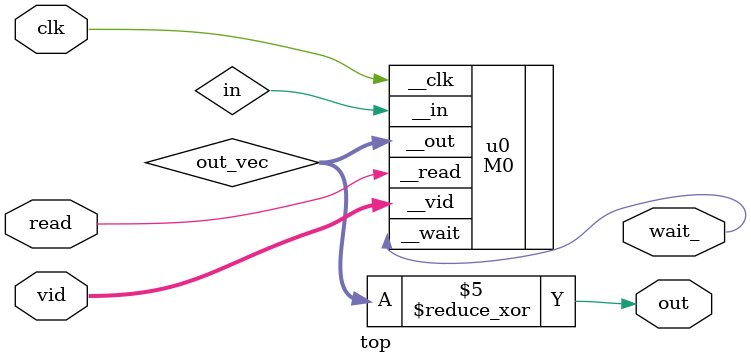
<source format=v>
module top(
    input clk,
    // FIXME: No idea what these inputs do...
    input read,
    input [13:0] vid,
    //input [31:0] in,
    output /*[31:0]*/ out,
    output wait_
);

// UP5K only has 39 I/Os ...
// So drive 'in' with an LFSR
// And XOR all out 'out'
reg [31:0] lfsr;
always @(posedge clk)
    lfsr <= lfsr[31] ^~ lfsr[21] ^~ lfsr[1] ^~ lfsr[0];

wire [31:0] out_vec;
assign out = ^out_vec;

M0 u0 (
  .__clk(clk),
  .__read(read),
  .__vid(vid),
  .__in(in),
  .__out(out_vec),
  .__wait(wait_)
);

endmodule

</source>
